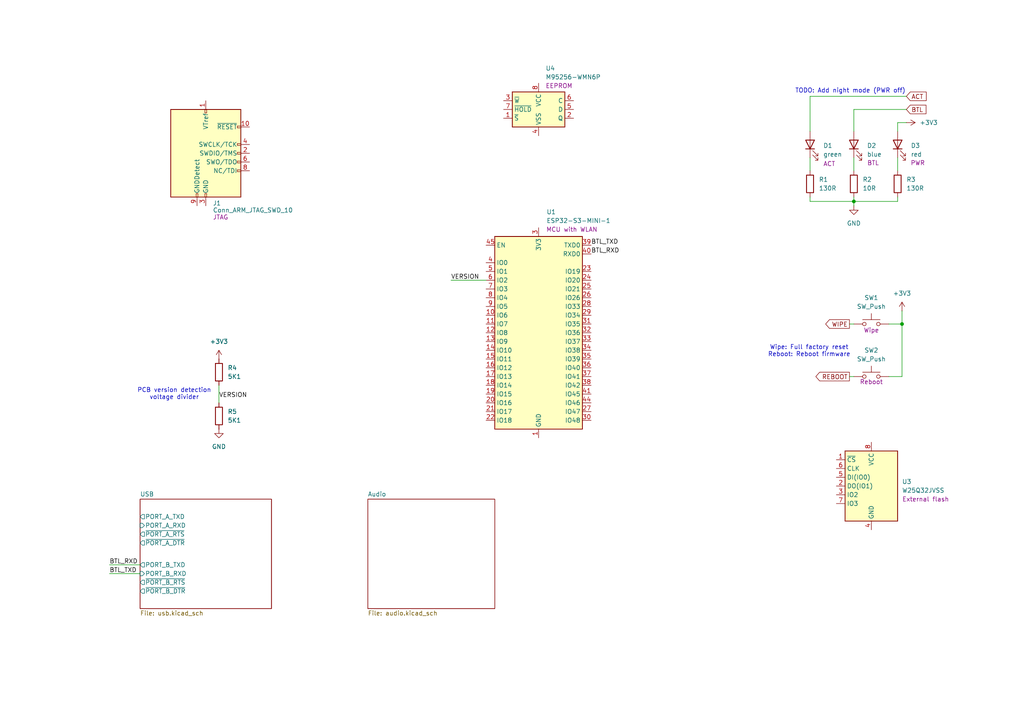
<source format=kicad_sch>
(kicad_sch (version 20231120) (generator "eeschema") (generator_version "8.0")
  (paper "A4")
  (title_block (title "soundbox"))
  (lib_symbols
    (symbol "Connector:Conn_ARM_JTAG_SWD_10" (pin_names (offset 1.016))
      (property "Reference" "J" (at -2.54 16.51 0))
      (property "Value" "Conn_ARM_JTAG_SWD_10" (at -2.54 13.97 0))
      (symbol "Conn_ARM_JTAG_SWD_10_0_1"
        (rectangle (start -10.16 12.7) (end 10.16 -12.7) (stroke (width 0.254)) (fill (type background)))
        (rectangle (start -2.794 -12.7) (end -2.286 -11.684))
        (rectangle (start -0.254 -12.7) (end 0.254 -11.684))
        (rectangle (start -0.254 12.7) (end 0.254 11.684))
        (rectangle (start 9.144 2.286) (end 10.16 2.794))
        (rectangle (start 10.16 -2.794) (end 9.144 -2.286))
        (rectangle (start 10.16 -0.254) (end 9.144 0.254))
        (rectangle (start 10.16 7.874) (end 9.144 7.366))
      )
      (symbol "Conn_ARM_JTAG_SWD_10_1_1"
        (rectangle (start 9.144 -5.334) (end 10.16 -4.826))
        (pin power_in line (at 0 15.24 270) (length 2.54) (name "VTref") (number "1"))
        (pin open_collector line (at 12.7 7.62 180) (length 2.54) (name "~{RESET}") (number "10"))
        (pin bidirectional line (at 12.7 0 180) (length 2.54) (name "SWDIO/TMS") (number "2"))
        (pin power_in line (at 0 -15.24 90) (length 2.54) (name "GND") (number "3"))
        (pin output line (at 12.7 2.54 180) (length 2.54) (name "SWCLK/TCK") (number "4"))
        (pin passive line (at 0 -15.24 90) (length 2.54) hide (name "GND") (number "5"))
        (pin input line (at 12.7 -2.54 180) (length 2.54) (name "SWO/TDO") (number "6"))
        (pin no_connect line (at -10.16 0 0) (length 2.54) hide (name "KEY") (number "7"))
        (pin output line (at 12.7 -5.08 180) (length 2.54) (name "NC/TDI") (number "8"))
        (pin passive line (at -2.54 -15.24 90) (length 2.54) (name "GNDDetect") (number "9"))
      )
    )
    (symbol "Device:LED" (pin_numbers hide) (pin_names (offset 1.016) hide)
      (property "Reference" "D" (at 0 2.54 0))
      (property "Value" "LED" (at 0 -2.54 0))
      (symbol "LED_0_1"
        (polyline (pts (xy -1.27 -1.27) (xy -1.27 1.27)) (stroke (width 0.254)))
        (polyline (pts (xy -1.27 0) (xy 1.27 0)))
        (polyline (pts (xy 1.27 -1.27) (xy 1.27 1.27) (xy -1.27 0) (xy 1.27 -1.27)) (stroke (width 0.254)))
        (polyline (pts (xy -3.048 -0.762) (xy -4.572 -2.286) (xy -3.81 -2.286) (xy -4.572 -2.286) (xy -4.572 -1.524)))
        (polyline (pts (xy -1.778 -0.762) (xy -3.302 -2.286) (xy -2.54 -2.286) (xy -3.302 -2.286) (xy -3.302 -1.524)))
      )
      (symbol "LED_1_1"
        (pin passive line (at -3.81 0 0) (length 2.54) (name "K") (number "1"))
        (pin passive line (at 3.81 0 180) (length 2.54) (name "A") (number "2"))
      )
    )
    (symbol "Device:R" (pin_numbers hide) (pin_names (offset 0))
      (property "Reference" "R" (at 2.032 0 90))
      (property "Value" "R" (at 0 0 90))
      (symbol "R_0_1"
        (rectangle (start -1.016 -2.54) (end 1.016 2.54) (stroke (width 0.254)))
      )
      (symbol "R_1_1"
        (pin passive line (at 0 3.81 270) (length 1.27) (name "~") (number "1"))
        (pin passive line (at 0 -3.81 90) (length 1.27) (name "~") (number "2"))
      )
    )
    (symbol "Memory_EEPROM:M95256-WMN6P"
      (property "Reference" "U" (at -7.62 6.35 0))
      (property "Value" "M95256-WMN6P" (at 2.54 -6.35 0))
      (symbol "M95256-WMN6P_1_1"
        (rectangle (start -7.62 5.08) (end 7.62 -5.08) (stroke (width 0.254)) (fill (type background)))
        (pin input line (at -10.16 -2.54 0) (length 2.54) (name "~{S}") (number "1"))
        (pin output line (at 10.16 -2.54 180) (length 2.54) (name "Q") (number "2"))
        (pin input line (at -10.16 2.54 0) (length 2.54) (name "~{W}") (number "3"))
        (pin power_in line (at 0 -7.62 90) (length 2.54) (name "VSS") (number "4"))
        (pin input line (at 10.16 0 180) (length 2.54) (name "D") (number "5"))
        (pin input line (at 10.16 2.54 180) (length 2.54) (name "C") (number "6"))
        (pin input line (at -10.16 0 0) (length 2.54) (name "~{HOLD}") (number "7"))
        (pin power_in line (at 0 7.62 270) (length 2.54) (name "VCC") (number "8"))
      )
    )
    (symbol "Memory_Flash:W25Q32JVSS"
      (property "Reference" "U" (at -6.35 11.43 0))
      (property "Value" "W25Q32JVSS" (at 7.62 11.43 0))
      (symbol "W25Q32JVSS_0_1"
        (rectangle (start -7.62 10.16) (end 7.62 -10.16) (stroke (width 0.254)) (fill (type background)))
      )
      (symbol "W25Q32JVSS_1_1"
        (pin input line (at -10.16 7.62 0) (length 2.54) (name "~{CS}") (number "1"))
        (pin bidirectional line (at -10.16 0 0) (length 2.54) (name "DO(IO1)") (number "2"))
        (pin bidirectional line (at -10.16 -2.54 0) (length 2.54) (name "IO2") (number "3"))
        (pin power_in line (at 0 -12.7 90) (length 2.54) (name "GND") (number "4"))
        (pin bidirectional line (at -10.16 2.54 0) (length 2.54) (name "DI(IO0)") (number "5"))
        (pin input line (at -10.16 5.08 0) (length 2.54) (name "CLK") (number "6"))
        (pin bidirectional line (at -10.16 -5.08 0) (length 2.54) (name "IO3") (number "7"))
        (pin power_in line (at 0 12.7 270) (length 2.54) (name "VCC") (number "8"))
      )
    )
    (symbol "RF_Module:ESP32-S3-MINI-1"
      (property "Reference" "U" (at -11.43 29.21 0))
      (property "Value" "ESP32-S3-MINI-1" (at 12.7 29.21 0))
      (symbol "ESP32-S3-MINI-1_0_1"
        (rectangle (start -12.7 27.94) (end 12.7 -27.94) (stroke (width 0.254)) (fill (type background)))
      )
      (symbol "ESP32-S3-MINI-1_1_1"
        (pin power_in line (at 0 -30.48 90) (length 2.54) (name "GND") (number "1"))
        (pin bidirectional line (at -15.24 5.08 0) (length 2.54) (name "IO6") (number "10"))
        (pin bidirectional line (at -15.24 2.54 0) (length 2.54) (name "IO7") (number "11"))
        (pin bidirectional line (at -15.24 0 0) (length 2.54) (name "IO8") (number "12"))
        (pin bidirectional line (at -15.24 -2.54 0) (length 2.54) (name "IO9") (number "13"))
        (pin bidirectional line (at -15.24 -5.08 0) (length 2.54) (name "IO10") (number "14"))
        (pin bidirectional line (at -15.24 -7.62 0) (length 2.54) (name "IO11") (number "15"))
        (pin bidirectional line (at -15.24 -10.16 0) (length 2.54) (name "IO12") (number "16"))
        (pin bidirectional line (at -15.24 -12.7 0) (length 2.54) (name "IO13") (number "17"))
        (pin bidirectional line (at -15.24 -15.24 0) (length 2.54) (name "IO14") (number "18"))
        (pin bidirectional line (at -15.24 -17.78 0) (length 2.54) (name "IO15") (number "19"))
        (pin passive line (at 0 -30.48 90) (length 2.54) hide (name "GND") (number "2"))
        (pin bidirectional line (at -15.24 -20.32 0) (length 2.54) (name "IO16") (number "20"))
        (pin bidirectional line (at -15.24 -22.86 0) (length 2.54) (name "IO17") (number "21"))
        (pin bidirectional line (at -15.24 -25.4 0) (length 2.54) (name "IO18") (number "22"))
        (pin bidirectional line (at 15.24 17.78 180) (length 2.54) (name "IO19") (number "23"))
        (pin bidirectional line (at 15.24 15.24 180) (length 2.54) (name "IO20") (number "24"))
        (pin bidirectional line (at 15.24 12.7 180) (length 2.54) (name "IO21") (number "25"))
        (pin bidirectional line (at 15.24 10.16 180) (length 2.54) (name "IO26") (number "26"))
        (pin bidirectional line (at 15.24 -22.86 180) (length 2.54) (name "IO47") (number "27"))
        (pin bidirectional line (at 15.24 7.62 180) (length 2.54) (name "IO33") (number "28"))
        (pin bidirectional line (at 15.24 5.08 180) (length 2.54) (name "IO34") (number "29"))
        (pin power_in line (at 0 30.48 270) (length 2.54) (name "3V3") (number "3"))
        (pin bidirectional line (at 15.24 -25.4 180) (length 2.54) (name "IO48") (number "30"))
        (pin bidirectional line (at 15.24 2.54 180) (length 2.54) (name "IO35") (number "31"))
        (pin bidirectional line (at 15.24 0 180) (length 2.54) (name "IO36") (number "32"))
        (pin bidirectional line (at 15.24 -2.54 180) (length 2.54) (name "IO37") (number "33"))
        (pin bidirectional line (at 15.24 -5.08 180) (length 2.54) (name "IO38") (number "34"))
        (pin bidirectional line (at 15.24 -7.62 180) (length 2.54) (name "IO39") (number "35"))
        (pin bidirectional line (at 15.24 -10.16 180) (length 2.54) (name "IO40") (number "36"))
        (pin bidirectional line (at 15.24 -12.7 180) (length 2.54) (name "IO41") (number "37"))
        (pin bidirectional line (at 15.24 -15.24 180) (length 2.54) (name "IO42") (number "38"))
        (pin bidirectional line (at 15.24 25.4 180) (length 2.54) (name "TXD0") (number "39"))
        (pin bidirectional line (at -15.24 20.32 0) (length 2.54) (name "IO0") (number "4"))
        (pin bidirectional line (at 15.24 22.86 180) (length 2.54) (name "RXD0") (number "40"))
        (pin bidirectional line (at 15.24 -17.78 180) (length 2.54) (name "IO45") (number "41"))
        (pin passive line (at 0 -30.48 90) (length 2.54) hide (name "GND") (number "42"))
        (pin passive line (at 0 -30.48 90) (length 2.54) hide (name "GND") (number "43"))
        (pin bidirectional line (at 15.24 -20.32 180) (length 2.54) (name "IO46") (number "44"))
        (pin input line (at -15.24 25.4 0) (length 2.54) (name "EN") (number "45"))
        (pin passive line (at 0 -30.48 90) (length 2.54) hide (name "GND") (number "46"))
        (pin passive line (at 0 -30.48 90) (length 2.54) hide (name "GND") (number "47"))
        (pin passive line (at 0 -30.48 90) (length 2.54) hide (name "GND") (number "48"))
        (pin passive line (at 0 -30.48 90) (length 2.54) hide (name "GND") (number "49"))
        (pin bidirectional line (at -15.24 17.78 0) (length 2.54) (name "IO1") (number "5"))
        (pin passive line (at 0 -30.48 90) (length 2.54) hide (name "GND") (number "50"))
        (pin passive line (at 0 -30.48 90) (length 2.54) hide (name "GND") (number "51"))
        (pin passive line (at 0 -30.48 90) (length 2.54) hide (name "GND") (number "52"))
        (pin passive line (at 0 -30.48 90) (length 2.54) hide (name "GND") (number "53"))
        (pin passive line (at 0 -30.48 90) (length 2.54) hide (name "GND") (number "54"))
        (pin passive line (at 0 -30.48 90) (length 2.54) hide (name "GND") (number "55"))
        (pin passive line (at 0 -30.48 90) (length 2.54) hide (name "GND") (number "56"))
        (pin passive line (at 0 -30.48 90) (length 2.54) hide (name "GND") (number "57"))
        (pin passive line (at 0 -30.48 90) (length 2.54) hide (name "GND") (number "58"))
        (pin passive line (at 0 -30.48 90) (length 2.54) hide (name "GND") (number "59"))
        (pin bidirectional line (at -15.24 15.24 0) (length 2.54) (name "IO2") (number "6"))
        (pin passive line (at 0 -30.48 90) (length 2.54) hide (name "GND") (number "60"))
        (pin passive line (at 0 -30.48 90) (length 2.54) hide (name "GND") (number "61"))
        (pin passive line (at 0 -30.48 90) (length 2.54) hide (name "GND") (number "62"))
        (pin passive line (at 0 -30.48 90) (length 2.54) hide (name "GND") (number "63"))
        (pin passive line (at 0 -30.48 90) (length 2.54) hide (name "GND") (number "64"))
        (pin passive line (at 0 -30.48 90) (length 2.54) hide (name "GND") (number "65"))
        (pin bidirectional line (at -15.24 12.7 0) (length 2.54) (name "IO3") (number "7"))
        (pin bidirectional line (at -15.24 10.16 0) (length 2.54) (name "IO4") (number "8"))
        (pin bidirectional line (at -15.24 7.62 0) (length 2.54) (name "IO5") (number "9"))
      )
    )
    (symbol "Switch:SW_Push" (pin_numbers hide) (pin_names (offset 1.016) hide)
      (property "Reference" "SW" (at 1.27 2.54 0))
      (property "Value" "SW_Push" (at 0 -1.524 0))
      (symbol "SW_Push_0_1"
        (circle (center -2.032 0) (radius 0.508))
        (polyline (pts (xy 0 1.27) (xy 0 3.048)))
        (polyline (pts (xy 2.54 1.27) (xy -2.54 1.27)))
        (circle (center 2.032 0) (radius 0.508))
        (pin passive line (at -5.08 0 0) (length 2.54) (name "1") (number "1"))
        (pin passive line (at 5.08 0 180) (length 2.54) (name "2") (number "2"))
      )
    )
    (symbol "power:+3V3" (power) (pin_numbers hide) (pin_names (offset 0) hide)
      (property "Value" "+3V3" (at 0 3.556 0))
      (symbol "+3V3_0_1"
        (polyline (pts (xy -0.762 1.27) (xy 0 2.54)))
        (polyline (pts (xy 0 0) (xy 0 2.54)))
        (polyline (pts (xy 0 2.54) (xy 0.762 1.27)))
      )
      (symbol "+3V3_1_1"
        (pin power_in line (at 0 0 90) (length 0) (name "~") (number "1"))
      )
    )
    (symbol "power:GND" (power) (pin_numbers hide) (pin_names (offset 0) hide)
      (property "Value" "GND" (at 0 -3.81 0))
      (symbol "GND_0_1"
        (polyline (pts (xy 0 0) (xy 0 -1.27) (xy 1.27 -1.27) (xy 0 -2.54) (xy -1.27 -1.27) (xy 0 -1.27)))
      )
      (symbol "GND_1_1"
        (pin power_in line (at 0 0 270) (length 0) (name "~") (number "1"))
      )
    )
  )
  (junction (at 247.65 58.42))
  (junction (at 261.62 93.98))
  (wire (pts (xy 257.81 109.22) (xy 261.62 109.22)))
  (wire (pts (xy 260.35 57.15) (xy 260.35 58.42)))
  (wire (pts (xy 234.95 58.42) (xy 247.65 58.42)))
  (wire (pts (xy 234.95 45.72) (xy 234.95 49.53)))
  (wire (pts (xy 234.95 27.94) (xy 262.89 27.94)))
  (wire (pts (xy 246.38 109.22) (xy 247.65 109.22)))
  (wire (pts (xy 257.81 93.98) (xy 261.62 93.98)))
  (wire (pts (xy 247.65 38.1) (xy 247.65 31.75)))
  (wire (pts (xy 234.95 38.1) (xy 234.95 27.94)))
  (wire (pts (xy 261.62 90.17) (xy 261.62 93.98)))
  (wire (pts (xy 31.75 166.37) (xy 40.64 166.37)))
  (wire (pts (xy 260.35 35.56) (xy 262.89 35.56)))
  (wire (pts (xy 130.81 81.28) (xy 140.97 81.28)))
  (wire (pts (xy 63.5 111.76) (xy 63.5 116.84)))
  (wire (pts (xy 247.65 58.42) (xy 247.65 59.69)))
  (wire (pts (xy 260.35 38.1) (xy 260.35 35.56)))
  (wire (pts (xy 261.62 93.98) (xy 261.62 109.22)))
  (wire (pts (xy 247.65 45.72) (xy 247.65 49.53)))
  (wire (pts (xy 260.35 45.72) (xy 260.35 49.53)))
  (wire (pts (xy 247.65 57.15) (xy 247.65 58.42)))
  (wire (pts (xy 247.65 31.75) (xy 262.89 31.75)))
  (wire (pts (xy 247.65 58.42) (xy 260.35 58.42)))
  (wire (pts (xy 246.38 93.98) (xy 247.65 93.98)))
  (wire (pts (xy 31.75 163.83) (xy 40.64 163.83)))
  (wire (pts (xy 234.95 57.15) (xy 234.95 58.42)))
  (text "Wipe: Full factory reset\nReboot: Reboot firmware" (at 234.696 101.854 0) (effects (font (size 1.27 1.27))))
  (text "TODO: Add night mode (PWR off)" (at 246.634 26.416 0) (effects (font (size 1.27 1.27))))
  (text "PCB version detection\nvoltage divider" (at 50.546 114.3 0) (effects (font (size 1.27 1.27))))
  (label "VERSION" (at 63.5 115.57 0))
  (label "BTL_RXD" (at 171.45 73.66 0))
  (label "BTL_RXD" (at 31.75 163.83 0))
  (label "BTL_TXD" (at 171.45 71.12 0))
  (label "BTL_TXD" (at 31.75 166.37 0))
  (label "VERSION" (at 130.81 81.28 0))
  (global_label "WIPE" (shape output) (at 246.38 93.98 180) (property "Intersheetrefs" "${INTERSHEET_REFS}" (effects (hide yes))))
  (global_label "REBOOT" (shape output) (at 246.38 109.22 180) (property "Intersheetrefs" "${INTERSHEET_REFS}" (effects (hide yes))))
  (global_label "ACT" (shape input) (at 262.89 27.94 0) (property "Intersheetrefs" "${INTERSHEET_REFS}" (effects (hide yes))))
  (global_label "BTL" (shape input) (at 262.89 31.75 0) (property "Intersheetrefs" "${INTERSHEET_REFS}" (effects (hide yes))))
  (symbol (lib_id "power:GND") (at 247.65 59.69 0) (unit 1)
    (property "Reference" "#PWR012" (effects (hide yes)))
    (property "Value" "GND" (at 247.65 64.77 0))
    (property "Description" "Power symbol creates a global label with name \"GND\" , ground" (effects (hide yes)))
  )
  (symbol (lib_id "power:GND") (at 63.5 124.46 0) (unit 1)
    (property "Reference" "#PWR01" (effects (hide yes)))
    (property "Value" "GND" (at 63.5 129.54 0))
    (property "Description" "Power symbol creates a global label with name \"GND\" , ground" (effects (hide yes)))
  )
  (symbol (lib_id "RF_Module:ESP32-S3-MINI-1") (at 156.21 96.52 0) (unit 1)
    (property "Reference" "U1" (at 158.496 61.468 0) (effects (justify left)))
    (property "Value" "ESP32-S3-MINI-1" (at 158.496 64.008 0) (effects (justify left)))
    (property "Footprint" "RF_Module:ESP32-S2-MINI-1" (effects (hide yes)))
    (property "Datasheet" "https://www.espressif.com/sites/default/files/documentation/esp32-s3-mini-1_mini-1u_datasheet_en.pdf" (effects (hide yes)))
    (property "Description" "MCU with WLAN" (at 165.862 66.548 0))
    (property "MPN" "ESP32-S3-MINI-1-N8" (effects (hide yes)))
    (property "Manufacturer" "Espressif Systems" (effects (hide yes)))
  )
  (symbol (lib_id "Memory_Flash:W25Q32JVSS") (at 252.73 140.97 0) (unit 1)
    (property "Reference" "U3" (at 261.62 139.6999 0) (effects (justify left)))
    (property "Value" "W25Q32JVSS" (at 261.62 142.2399 0) (effects (justify left)))
    (property "Footprint" "Package_SO:SOIC-8_5.23x5.23mm_P1.27mm" (effects (hide yes)))
    (property "Datasheet" "http://www.winbond.com/resource-files/w25q32jv%20revg%2003272018%20plus.pdf" (effects (hide yes)))
    (property "Description" "External flash" (at 268.478 144.78 0))
    (property "MPN" "W25Q32JVSSIQ" (effects (hide yes)))
    (property "Manufacturer" "Winbond Electronics" (effects (hide yes)))
  )
  (symbol (lib_id "Connector:Conn_ARM_JTAG_SWD_10") (at 59.69 44.45 0) (unit 1)
    (property "Reference" "J1" (at 61.722 58.928 0) (effects (justify left)))
    (property "Value" "Conn_ARM_JTAG_SWD_10" (at 61.722 60.96 0) (effects (justify left)))
    (property "Datasheet" "https://mm.digikey.com/Volume0/opasdata/d220001/medias/docus/6209/ftsh-1xx-xx-xxx-dv-xxx-xxx-x-xx-mkt.pdf" (effects (hide yes)))
    (property "Description" "JTAG" (at 61.722 62.992 0) (effects (justify left)))
    (property "MPN" "FTSH-105-01-L-DV-007-K-TR" (effects (hide yes)))
    (property "Manufacturer" "samtec" (effects (hide yes)))
  )
  (symbol (lib_id "Switch:SW_Push") (at 252.73 109.22 0) (unit 1)
    (property "Reference" "SW2" (at 252.73 101.6 0))
    (property "Value" "SW_Push" (at 252.73 104.14 0))
    (property "Footprint" "Button_Switch_SMD:SW_SPST_TL3305B" (effects (hide yes)))
    (property "Datasheet" "https://www.e-switch.com/wp-content/uploads/2024/08/TL3305.pdf" (effects (hide yes)))
    (property "Description" "Reboot" (at 252.73 110.744 0))
    (property "MPN" "TL3305BF260QG" (effects (hide yes)))
    (property "Manufacturer" "E-Switch" (effects (hide yes)))
  )
  (symbol (lib_id "power:+3V3") (at 63.5 104.14 0) (unit 1)
    (property "Reference" "#PWR02" (effects (hide yes)))
    (property "Value" "+3V3" (at 63.5 99.06 0))
    (property "Description" "Power symbol creates a global label with name \"+3V3\"" (effects (hide yes)))
  )
  (symbol (lib_id "Device:R") (at 260.35 53.34 0) (unit 1)
    (property "Reference" "R3" (at 262.89 52.0699 0) (effects (justify left)))
    (property "Value" "130R" (at 262.89 54.6099 0) (effects (justify left)))
    (property "Footprint" "Resistor_SMD:R_0603_1608Metric" (effects (hide yes)))
    (property "Datasheet" "https://industrial.panasonic.com/cdbs/www-data/pdf/RDA0000/AOA0000C304.pdf" (effects (hide yes)))
    (property "Description" "Resistor" (effects (hide yes)))
    (property "MPN" "ERJ-3EKF1300V" (effects (hide yes)))
    (property "Manufacturer" "Panasonic Electronic Components" (effects (hide yes)))
  )
  (symbol (lib_id "Switch:SW_Push") (at 252.73 93.98 0) (unit 1)
    (property "Reference" "SW1" (at 252.73 86.36 0))
    (property "Value" "SW_Push" (at 252.73 88.9 0))
    (property "Footprint" "Button_Switch_SMD:SW_SPST_TL3305B" (effects (hide yes)))
    (property "Datasheet" "https://www.e-switch.com/wp-content/uploads/2024/08/TL3305.pdf" (effects (hide yes)))
    (property "Description" "Wipe" (at 252.73 95.758 0))
    (property "MPN" "TL3305BF260QG" (effects (hide yes)))
    (property "Manufacturer" "E-Switch" (effects (hide yes)))
  )
  (symbol (lib_id "Device:R") (at 247.65 53.34 0) (unit 1)
    (property "Reference" "R2" (at 250.19 52.0699 0) (effects (justify left)))
    (property "Value" "10R" (at 250.19 54.6099 0) (effects (justify left)))
    (property "Footprint" "Resistor_SMD:R_0603_1608Metric" (effects (hide yes)))
    (property "Datasheet" "https://industrial.panasonic.com/cdbs/www-data/pdf/RDO0000/AOA0000C331.pdf" (effects (hide yes)))
    (property "Description" "Resistor" (effects (hide yes)))
    (property "MPN" "ERJ-PA3F10R0V" (effects (hide yes)))
    (property "Manufacturer" "Panasonic Electronic Components" (effects (hide yes)))
  )
  (symbol (lib_id "power:+3V3") (at 261.62 90.17 0) (unit 1)
    (property "Reference" "#PWR011" (effects (hide yes)))
    (property "Value" "+3V3" (at 261.62 85.09 0))
    (property "Description" "Power symbol creates a global label with name \"+3V3\"" (effects (hide yes)))
  )
  (symbol (lib_id "Device:R") (at 63.5 120.65 0) (unit 1)
    (property "Reference" "R5" (at 66.04 119.3799 0) (effects (justify left)))
    (property "Value" "5K1" (at 66.04 121.9199 0) (effects (justify left)))
    (property "Footprint" "Resistor_SMD:R_0603_1608Metric" (effects (hide yes)))
    (property "Datasheet" "https://industrial.panasonic.com/cdbs/www-data/pdf/RDA0000/AOA0000C304.pdf" (effects (hide yes)))
    (property "Description" "Resistor" (effects (hide yes)))
    (property "MPN" "ERJ-3EKF5101V" (effects (hide yes)))
    (property "Manufacturer" "Panasonic Electronic Components" (effects (hide yes)))
  )
  (symbol (lib_id "Device:LED") (at 234.95 41.91 90) (unit 1)
    (property "Reference" "D1" (at 238.76 42.2274 90) (effects (justify right)))
    (property "Value" "green" (at 238.76 44.7674 90) (effects (justify right)))
    (property "Footprint" "LED_SMD:LED_1206_3216Metric" (effects (hide yes)))
    (property "Datasheet" "https://s3-us-west-2.amazonaws.com/catsy.557/Dialight_CBI_data_598-1206_Apr2018.pdf" (effects (hide yes)))
    (property "Description" "ACT" (at 240.538 47.498 90))
    (property "MPN" "598-8270-107F" (effects (hide yes)))
    (property "Manufacturer" "Dialight" (effects (hide yes)))
  )
  (symbol (lib_id "Device:R") (at 63.5 107.95 0) (unit 1)
    (property "Reference" "R4" (at 66.04 106.6799 0) (effects (justify left)))
    (property "Value" "5K1" (at 66.04 109.2199 0) (effects (justify left)))
    (property "Footprint" "Resistor_SMD:R_0603_1608Metric" (effects (hide yes)))
    (property "Datasheet" "https://industrial.panasonic.com/cdbs/www-data/pdf/RDA0000/AOA0000C304.pdf" (effects (hide yes)))
    (property "Description" "Resistor" (effects (hide yes)))
    (property "MPN" "ERJ-3EKF5101V" (effects (hide yes)))
    (property "Manufacturer" "Panasonic Electronic Components" (effects (hide yes)))
  )
  (symbol (lib_id "Device:R") (at 234.95 53.34 0) (unit 1)
    (property "Reference" "R1" (at 237.49 52.0699 0) (effects (justify left)))
    (property "Value" "130R" (at 237.49 54.6099 0) (effects (justify left)))
    (property "Footprint" "Resistor_SMD:R_0603_1608Metric" (effects (hide yes)))
    (property "Datasheet" "https://industrial.panasonic.com/cdbs/www-data/pdf/RDA0000/AOA0000C304.pdf" (effects (hide yes)))
    (property "Description" "Resistor" (effects (hide yes)))
    (property "MPN" "ERJ-3EKF1300V" (effects (hide yes)))
    (property "Manufacturer" "Panasonic Electronic Components" (effects (hide yes)))
  )
  (symbol (lib_id "Memory_EEPROM:M95256-WMN6P") (at 156.21 31.75 0) (unit 1)
    (property "Reference" "U4" (at 158.242 19.812 0) (effects (justify left)))
    (property "Value" "M95256-WMN6P" (at 158.242 22.352 0) (effects (justify left)))
    (property "Footprint" "Package_SO:SOIC-8_3.9x4.9mm_P1.27mm" (effects (hide yes)))
    (property "Datasheet" "http://www.st.com/content/ccc/resource/technical/document/datasheet/9d/75/f0/3e/76/00/4c/0b/CD00103810.pdf/files/CD00103810.pdf/jcr:content/translations/en.CD00103810.pdf" (effects (hide yes)))
    (property "Description" "EEPROM" (at 162.1439 24.892 0))
    (property "MPN" "M95256-WMN6P" (effects (hide yes)))
    (property "Manufacturer" "STMicroelectronics" (effects (hide yes)))
  )
  (symbol (lib_id "Device:LED") (at 260.35 41.91 90) (unit 1)
    (property "Reference" "D3" (at 264.16 42.2274 90) (effects (justify right)))
    (property "Value" "red" (at 264.16 44.7674 90) (effects (justify right)))
    (property "Footprint" "LED_SMD:LED_1206_3216Metric" (effects (hide yes)))
    (property "Datasheet" "https://s3-us-west-2.amazonaws.com/catsy.557/Dialight_CBI_data_598-1206_Apr2018.pdf" (effects (hide yes)))
    (property "Description" "PWR" (at 266.192 47.244 90))
    (property "MPN" "598-8210-107F" (effects (hide yes)))
    (property "Manufacturer" "Dialight" (effects (hide yes)))
  )
  (symbol (lib_id "power:+3V3") (at 262.89 35.56 270) (unit 1)
    (property "Reference" "#PWR013" (effects (hide yes)))
    (property "Value" "+3V3" (at 266.7 35.5599 90) (effects (justify left)))
    (property "Description" "Power symbol creates a global label with name \"+3V3\"" (effects (hide yes)))
  )
  (symbol (lib_id "Device:LED") (at 247.65 41.91 90) (unit 1)
    (property "Reference" "D2" (at 251.46 42.2274 90) (effects (justify right)))
    (property "Value" "blue" (at 251.46 44.7674 90) (effects (justify right)))
    (property "Footprint" "LED_SMD:LED_1206_3216Metric" (effects (hide yes)))
    (property "Datasheet" "https://s3-us-west-2.amazonaws.com/catsy.557/Dialight_CBI_data_598-1206_Apr2018.pdf" (effects (hide yes)))
    (property "Description" "BTL" (at 253.238 47.244 90))
    (property "MPN" "598-8291-107F" (effects (hide yes)))
    (property "Manufacturer" "Dialight" (effects (hide yes)))
  )
  (sheet (at 40.64 144.78) (size 38.1 31.75) (stroke (width 0.1524))
    (property "Sheetname" "USB" (at 40.64 144.0684 0) (effects (justify left bottom)))
    (property "Sheetfile" "usb.kicad_sch" (at 40.64 177.1146 0) (effects (justify left top)))
    (pin "PORT_A_TXD" output (at 40.64 149.86 180))
    (pin "PORT_A_RXD" input (at 40.64 152.4 180))
    (pin "PORT_B_TXD" output (at 40.64 163.83 180))
    (pin "PORT_B_RXD" input (at 40.64 166.37 180))
    (pin "~{PORT_B_RTS}" output (at 40.64 168.91 180))
    (pin "~{PORT_B_DTR}" output (at 40.64 171.45 180))
    (pin "~{PORT_A_RTS}" output (at 40.64 154.94 180))
    (pin "~{PORT_A_DTR}" output (at 40.64 157.48 180))
  )
  (sheet (at 106.68 144.78) (size 36.83 31.75) (stroke (width 0.1524))
    (property "Sheetname" "Audio" (at 106.68 144.0684 0) (effects (justify left bottom)))
    (property "Sheetfile" "audio.kicad_sch" (at 106.68 177.1146 0) (effects (justify left top)))
  )
)
</source>
